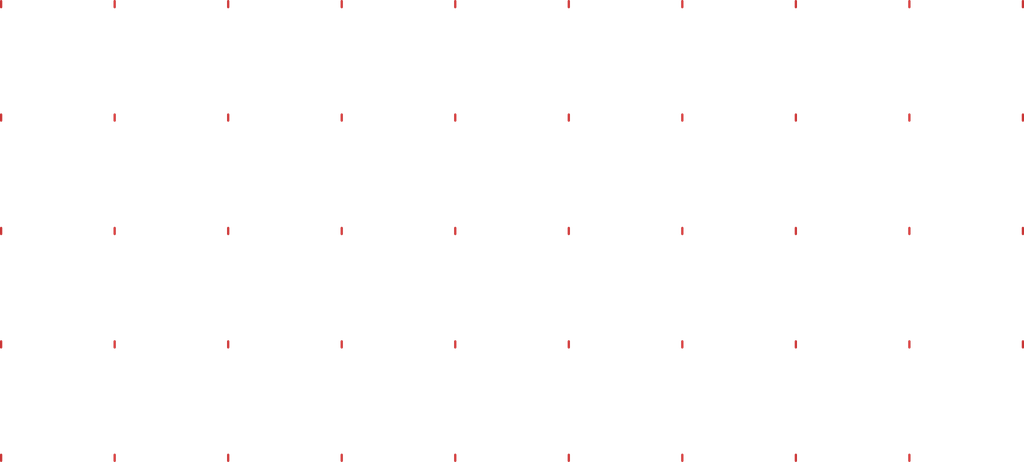
<source format=kicad_pcb>
  (kicad_pcb (version 4) (host pcbnew "(2014-07-21 BZR 5016)-product")

  (general
    (links 0)
    (no_connects 0)
    (area 0 0 0 0)
    (thickness 1.6)
    (drawings 1)
    (tracks 0)
    (zones 0)
    (modules 42)
    (nets 2)
  )

  (page A4)
  (layers
    (0 F.Cu signal)
	(1 In1.Cu signal)
    (2 In2.Cu power)
    (3 In3.Cu power)
    (4 In4.Cu signal)
    (5 In5.Cu signal)
    (6 In6.Cu signal)
    (7 In7.Cu signal)
    (8 In8.Cu signal)
    (31 B.Cu signal)
    (32 B.Adhes user)
    (33 F.Adhes user)
    (34 B.Paste user)
    (35 F.Paste user)
    (36 B.SilkS user)
    (37 F.SilkS user)
    (38 B.Mask user)
    (39 F.Mask user)
    (40 Dwgs.User user)
    (41 Cmts.User user)
    (42 Eco1.User user)
    (43 Eco2.User user)
    (44 Edge.Cuts user)
    (45 Margin user)
    (46 B.CrtYd user)
    (47 F.CrtYd user)
    (48 B.Fab user)
    (49 F.Fab user)

  )

  (setup
    (last_trace_width 0.254)
    (trace_clearance 0.127)
    (zone_clearance 0.0144)
    (zone_45_only no)
    (trace_min 0.254)
    (segment_width 0.2)
    (edge_width 0.1)
    (via_size 0.889)
    (via_drill 0.635)
    (via_min_size 0.889)
    (via_min_drill 0.508)
    (uvia_size 0.508)
    (uvia_drill 0.127)
    (uvias_allowed no)
    (uvia_min_size 0.508)
    (uvia_min_drill 0.127)
    (pcb_text_width 0.3)
    (pcb_text_size 1.5 1.5)
    (mod_edge_width 0.15)
    (mod_text_size 1 1)
    (mod_text_width 0.15)
    (pad_size 1.5 1.5)
    (pad_drill 0.6)
    (pad_to_mask_clearance 0)
    (aux_axis_origin 0 0)
    (visible_elements 7FFFF77F)
    (pcbplotparams
      (layerselection 262143)
      (usegerberextensions false)
      (excludeedgelayer true)
      (linewidth 0.100000)
      (plotframeref false)
      (viasonmask false)
      (mode 1)
      (useauxorigin false)
      (hpglpennumber 1)
      (hpglpenspeed 20)
      (hpglpendiameter 15)
      (hpglpenoverlay 2)
      (psnegative false)
      (psa4output false)
      (plotreference true)
      (plotvalue true)
      (plotinvisibletext false)
      (padsonsilk false)
      (subtractmaskfromsilk false)
      (outputformat 1)
      (mirror false)
      (drillshape 0)
      (scaleselection 1)
      (outputdirectory "GerberOutput/"))
  )

  (net 0 "")
  (net 1 "Net1")
  
  (net_class Default "This is the default net class."
    (clearance 0.254)
    (trace_width 0.254)
    (via_dia 0.889)
    (via_drill 0.635)
    (uvia_dia 0.508)
    (uvia_drill 0.127)
	(add_net Net1)
  )
  (module A0 (layer F.Cu) (tedit 4289BEAB) (tstamp 539EEDBF)
    (at 30 30)
    (path /539EEC0F)
    (attr smd)
	(model "./wrlshp/0EDE7FEE-20F0.wrl"
      (at (xyz 0 0 0))
      (scale (xyz 1 1 1))
      (rotate (xyz 0 0 0))
    )
    (pad "1" smd oval (at 0.0 0.0) (size 0.60000 2.20000) 
      (layers F.Cu F.Mask F.Paste)
    )
  )
  (module A1 (layer F.Cu) (tedit 4289BEAB) (tstamp 539EEDBF)
    (at 60 30)
    (path /539EEC0F)
    (attr smd)
	(model "./wrlshp/11BB8E24-C12F.wrl"
      (at (xyz 0 0 0))
      (scale (xyz 1 1 1))
      (rotate (xyz 0 0 0))
    )
    (pad "1" smd oval (at 0.0 0.0) (size 0.60000 2.20000) 
      (layers F.Cu F.Mask F.Paste)
    )
  )
  (module A2 (layer F.Cu) (tedit 4289BEAB) (tstamp 539EEDBF)
    (at 90 30)
    (path /539EEC0F)
    (attr smd)
	(model "./wrlshp/13A71C32-6EF9.wrl"
      (at (xyz 0 0 0))
      (scale (xyz 1 1 1))
      (rotate (xyz 0 0 0))
    )
    (pad "1" smd oval (at 0.0 0.0) (size 0.60000 2.20000) 
      (layers F.Cu F.Mask F.Paste)
    )
  )
  (module A3 (layer F.Cu) (tedit 4289BEAB) (tstamp 539EEDBF)
    (at 120 30)
    (path /539EEC0F)
    (attr smd)
	(model "./wrlshp/15F656C2-B90A.wrl"
      (at (xyz 0 0 0))
      (scale (xyz 1 1 1))
      (rotate (xyz 0 0 0))
    )
    (pad "1" smd oval (at 0.0 0.0) (size 0.60000 2.20000) 
      (layers F.Cu F.Mask F.Paste)
    )
  )
  (module A4 (layer F.Cu) (tedit 4289BEAB) (tstamp 539EEDBF)
    (at 150 30)
    (path /539EEC0F)
    (attr smd)
	(model "./wrlshp/236B71B8-D51B.wrl"
      (at (xyz 0 0 0))
      (scale (xyz 1 1 1))
      (rotate (xyz 0 0 0))
    )
    (pad "1" smd oval (at 0.0 0.0) (size 0.60000 2.20000) 
      (layers F.Cu F.Mask F.Paste)
    )
  )
  (module A5 (layer F.Cu) (tedit 4289BEAB) (tstamp 539EEDBF)
    (at 180 30)
    (path /539EEC0F)
    (attr smd)
	(model "./wrlshp/25D98F82-8538.wrl"
      (at (xyz 0 0 0))
      (scale (xyz 1 1 1))
      (rotate (xyz 0 0 0))
    )
    (pad "1" smd oval (at 0.0 0.0) (size 0.60000 2.20000) 
      (layers F.Cu F.Mask F.Paste)
    )
  )
  (module A6 (layer F.Cu) (tedit 4289BEAB) (tstamp 539EEDBF)
    (at 210 30)
    (path /539EEC0F)
    (attr smd)
	(model "./wrlshp/2A905DD1-5A67.wrl"
      (at (xyz 0 0 0))
      (scale (xyz 1 1 1))
      (rotate (xyz 0 0 0))
    )
    (pad "1" smd oval (at 0.0 0.0) (size 0.60000 2.20000) 
      (layers F.Cu F.Mask F.Paste)
    )
  )
  (module A7 (layer F.Cu) (tedit 4289BEAB) (tstamp 539EEDBF)
    (at 240 30)
    (path /539EEC0F)
    (attr smd)
	(model "./wrlshp/36CC98ED-412B.wrl"
      (at (xyz 0 0 0))
      (scale (xyz 1 1 1))
      (rotate (xyz 0 0 0))
    )
    (pad "1" smd oval (at 0.0 0.0) (size 0.60000 2.20000) 
      (layers F.Cu F.Mask F.Paste)
    )
  )
  (module A8 (layer F.Cu) (tedit 4289BEAB) (tstamp 539EEDBF)
    (at 270 30)
    (path /539EEC0F)
    (attr smd)
	(model "./wrlshp/3B6EDFCF-F115.wrl"
      (at (xyz 0 0 0))
      (scale (xyz 1 1 1))
      (rotate (xyz 0 0 0))
    )
    (pad "1" smd oval (at 0.0 0.0) (size 0.60000 2.20000) 
      (layers F.Cu F.Mask F.Paste)
    )
  )
  (module A9 (layer F.Cu) (tedit 4289BEAB) (tstamp 539EEDBF)
    (at 300 30)
    (path /539EEC0F)
    (attr smd)
	(model "./wrlshp/44932A5A-A36E.wrl"
      (at (xyz 0 0 0))
      (scale (xyz 1 1 1))
      (rotate (xyz 0 0 0))
    )
    (pad "1" smd oval (at 0.0 0.0) (size 0.60000 2.20000) 
      (layers F.Cu F.Mask F.Paste)
    )
  )
  (module A10 (layer F.Cu) (tedit 4289BEAB) (tstamp 539EEDBF)
    (at 30 60)
    (path /539EEC0F)
    (attr smd)
	(model "./wrlshp/4AF96350-A386.wrl"
      (at (xyz 0 0 0))
      (scale (xyz 1 1 1))
      (rotate (xyz 0 0 0))
    )
    (pad "1" smd oval (at 0.0 0.0) (size 0.60000 2.20000) 
      (layers F.Cu F.Mask F.Paste)
    )
  )
  (module A11 (layer F.Cu) (tedit 4289BEAB) (tstamp 539EEDBF)
    (at 60 60)
    (path /539EEC0F)
    (attr smd)
	(model "./wrlshp/50F20C10-99CB.wrl"
      (at (xyz 0 0 0))
      (scale (xyz 1 1 1))
      (rotate (xyz 0 0 0))
    )
    (pad "1" smd oval (at 0.0 0.0) (size 0.60000 2.20000) 
      (layers F.Cu F.Mask F.Paste)
    )
  )
  (module A12 (layer F.Cu) (tedit 4289BEAB) (tstamp 539EEDBF)
    (at 90 60)
    (path /539EEC0F)
    (attr smd)
	(model "./wrlshp/53756FB7-2EAF.wrl"
      (at (xyz 0 0 0))
      (scale (xyz 1 1 1))
      (rotate (xyz 0 0 0))
    )
    (pad "1" smd oval (at 0.0 0.0) (size 0.60000 2.20000) 
      (layers F.Cu F.Mask F.Paste)
    )
  )
  (module A13 (layer F.Cu) (tedit 4289BEAB) (tstamp 539EEDBF)
    (at 120 60)
    (path /539EEC0F)
    (attr smd)
	(model "./wrlshp/56269D98-D7BE.wrl"
      (at (xyz 0 0 0))
      (scale (xyz 1 1 1))
      (rotate (xyz 0 0 0))
    )
    (pad "1" smd oval (at 0.0 0.0) (size 0.60000 2.20000) 
      (layers F.Cu F.Mask F.Paste)
    )
  )
  (module A14 (layer F.Cu) (tedit 4289BEAB) (tstamp 539EEDBF)
    (at 150 60)
    (path /539EEC0F)
    (attr smd)
	(model "./wrlshp/58483492-BDC3.wrl"
      (at (xyz 0 0 0))
      (scale (xyz 1 1 1))
      (rotate (xyz 0 0 0))
    )
    (pad "1" smd oval (at 0.0 0.0) (size 0.60000 2.20000) 
      (layers F.Cu F.Mask F.Paste)
    )
  )
  (module A15 (layer F.Cu) (tedit 4289BEAB) (tstamp 539EEDBF)
    (at 180 60)
    (path /539EEC0F)
    (attr smd)
	(model "./wrlshp/61386202-4746.wrl"
      (at (xyz 0 0 0))
      (scale (xyz 1 1 1))
      (rotate (xyz 0 0 0))
    )
    (pad "1" smd oval (at 0.0 0.0) (size 0.60000 2.20000) 
      (layers F.Cu F.Mask F.Paste)
    )
  )
  (module A16 (layer F.Cu) (tedit 4289BEAB) (tstamp 539EEDBF)
    (at 210 60)
    (path /539EEC0F)
    (attr smd)
	(model "./wrlshp/620637C8-B611.wrl"
      (at (xyz 0 0 0))
      (scale (xyz 1 1 1))
      (rotate (xyz 0 0 0))
    )
    (pad "1" smd oval (at 0.0 0.0) (size 0.60000 2.20000) 
      (layers F.Cu F.Mask F.Paste)
    )
  )
  (module A17 (layer F.Cu) (tedit 4289BEAB) (tstamp 539EEDBF)
    (at 240 60)
    (path /539EEC0F)
    (attr smd)
	(model "./wrlshp/62D76D58-DCD4.wrl"
      (at (xyz 0 0 0))
      (scale (xyz 1 1 1))
      (rotate (xyz 0 0 0))
    )
    (pad "1" smd oval (at 0.0 0.0) (size 0.60000 2.20000) 
      (layers F.Cu F.Mask F.Paste)
    )
  )
  (module A18 (layer F.Cu) (tedit 4289BEAB) (tstamp 539EEDBF)
    (at 270 60)
    (path /539EEC0F)
    (attr smd)
	(model "./wrlshp/693E092B-278F.wrl"
      (at (xyz 0 0 0))
      (scale (xyz 1 1 1))
      (rotate (xyz 0 0 0))
    )
    (pad "1" smd oval (at 0.0 0.0) (size 0.60000 2.20000) 
      (layers F.Cu F.Mask F.Paste)
    )
  )
  (module A19 (layer F.Cu) (tedit 4289BEAB) (tstamp 539EEDBF)
    (at 300 60)
    (path /539EEC0F)
    (attr smd)
	(model "./wrlshp/6EBDD0DB-D039.wrl"
      (at (xyz 0 0 0))
      (scale (xyz 1 1 1))
      (rotate (xyz 0 0 0))
    )
    (pad "1" smd oval (at 0.0 0.0) (size 0.60000 2.20000) 
      (layers F.Cu F.Mask F.Paste)
    )
  )
  (module A20 (layer F.Cu) (tedit 4289BEAB) (tstamp 539EEDBF)
    (at 30 90)
    (path /539EEC0F)
    (attr smd)
	(model "./wrlshp/704D4524-8928.wrl"
      (at (xyz 0 0 0))
      (scale (xyz 1 1 1))
      (rotate (xyz 0 0 0))
    )
    (pad "1" smd oval (at 0.0 0.0) (size 0.60000 2.20000) 
      (layers F.Cu F.Mask F.Paste)
    )
  )
  (module A21 (layer F.Cu) (tedit 4289BEAB) (tstamp 539EEDBF)
    (at 60 90)
    (path /539EEC0F)
    (attr smd)
	(model "./wrlshp/7BFBF2F1-5616.wrl"
      (at (xyz 0 0 0))
      (scale (xyz 1 1 1))
      (rotate (xyz 0 0 0))
    )
    (pad "1" smd oval (at 0.0 0.0) (size 0.60000 2.20000) 
      (layers F.Cu F.Mask F.Paste)
    )
  )
  (module A22 (layer F.Cu) (tedit 4289BEAB) (tstamp 539EEDBF)
    (at 90 90)
    (path /539EEC0F)
    (attr smd)
	(model "./wrlshp/7E903F3B-223F.wrl"
      (at (xyz 0 0 0))
      (scale (xyz 1 1 1))
      (rotate (xyz 0 0 0))
    )
    (pad "1" smd oval (at 0.0 0.0) (size 0.60000 2.20000) 
      (layers F.Cu F.Mask F.Paste)
    )
  )
  (module A23 (layer F.Cu) (tedit 4289BEAB) (tstamp 539EEDBF)
    (at 120 90)
    (path /539EEC0F)
    (attr smd)
	(model "./wrlshp/7F273E25-BBC3.wrl"
      (at (xyz 0 0 0))
      (scale (xyz 1 1 1))
      (rotate (xyz 0 0 0))
    )
    (pad "1" smd oval (at 0.0 0.0) (size 0.60000 2.20000) 
      (layers F.Cu F.Mask F.Paste)
    )
  )
  (module A24 (layer F.Cu) (tedit 4289BEAB) (tstamp 539EEDBF)
    (at 150 90)
    (path /539EEC0F)
    (attr smd)
	(model "./wrlshp/83C1AF6D-05FB.wrl"
      (at (xyz 0 0 0))
      (scale (xyz 1 1 1))
      (rotate (xyz 0 0 0))
    )
    (pad "1" smd oval (at 0.0 0.0) (size 0.60000 2.20000) 
      (layers F.Cu F.Mask F.Paste)
    )
  )
  (module A25 (layer F.Cu) (tedit 4289BEAB) (tstamp 539EEDBF)
    (at 180 90)
    (path /539EEC0F)
    (attr smd)
	(model "./wrlshp/924A3DB5-ECD2.wrl"
      (at (xyz 0 0 0))
      (scale (xyz 1 1 1))
      (rotate (xyz 0 0 0))
    )
    (pad "1" smd oval (at 0.0 0.0) (size 0.60000 2.20000) 
      (layers F.Cu F.Mask F.Paste)
    )
  )
  (module A26 (layer F.Cu) (tedit 4289BEAB) (tstamp 539EEDBF)
    (at 210 90)
    (path /539EEC0F)
    (attr smd)
	(model "./wrlshp/92610D75-C179.wrl"
      (at (xyz 0 0 0))
      (scale (xyz 1 1 1))
      (rotate (xyz 0 0 0))
    )
    (pad "1" smd oval (at 0.0 0.0) (size 0.60000 2.20000) 
      (layers F.Cu F.Mask F.Paste)
    )
  )
  (module A27 (layer F.Cu) (tedit 4289BEAB) (tstamp 539EEDBF)
    (at 240 90)
    (path /539EEC0F)
    (attr smd)
	(model "./wrlshp/95DBA07C-8D82.wrl"
      (at (xyz 0 0 0))
      (scale (xyz 1 1 1))
      (rotate (xyz 0 0 0))
    )
    (pad "1" smd oval (at 0.0 0.0) (size 0.60000 2.20000) 
      (layers F.Cu F.Mask F.Paste)
    )
  )
  (module A28 (layer F.Cu) (tedit 4289BEAB) (tstamp 539EEDBF)
    (at 270 90)
    (path /539EEC0F)
    (attr smd)
	(model "./wrlshp/9C50EC87-1F5C.wrl"
      (at (xyz 0 0 0))
      (scale (xyz 1 1 1))
      (rotate (xyz 0 0 0))
    )
    (pad "1" smd oval (at 0.0 0.0) (size 0.60000 2.20000) 
      (layers F.Cu F.Mask F.Paste)
    )
  )
  (module A29 (layer F.Cu) (tedit 4289BEAB) (tstamp 539EEDBF)
    (at 300 90)
    (path /539EEC0F)
    (attr smd)
	(model "./wrlshp/9E3BB002-2AE7.wrl"
      (at (xyz 0 0 0))
      (scale (xyz 1 1 1))
      (rotate (xyz 0 0 0))
    )
    (pad "1" smd oval (at 0.0 0.0) (size 0.60000 2.20000) 
      (layers F.Cu F.Mask F.Paste)
    )
  )
  (module A30 (layer F.Cu) (tedit 4289BEAB) (tstamp 539EEDBF)
    (at 30 120)
    (path /539EEC0F)
    (attr smd)
	(model "./wrlshp/A47DA629-A489.wrl"
      (at (xyz 0 0 0))
      (scale (xyz 1 1 1))
      (rotate (xyz 0 0 0))
    )
    (pad "1" smd oval (at 0.0 0.0) (size 0.60000 2.20000) 
      (layers F.Cu F.Mask F.Paste)
    )
  )
  (module A31 (layer F.Cu) (tedit 4289BEAB) (tstamp 539EEDBF)
    (at 60 120)
    (path /539EEC0F)
    (attr smd)
	(model "./wrlshp/A75678A8-D09B.wrl"
      (at (xyz 0 0 0))
      (scale (xyz 1 1 1))
      (rotate (xyz 0 0 0))
    )
    (pad "1" smd oval (at 0.0 0.0) (size 0.60000 2.20000) 
      (layers F.Cu F.Mask F.Paste)
    )
  )
  (module A32 (layer F.Cu) (tedit 4289BEAB) (tstamp 539EEDBF)
    (at 90 120)
    (path /539EEC0F)
    (attr smd)
	(model "./wrlshp/AA0F1E1D-C795.wrl"
      (at (xyz 0 0 0))
      (scale (xyz 1 1 1))
      (rotate (xyz 0 0 0))
    )
    (pad "1" smd oval (at 0.0 0.0) (size 0.60000 2.20000) 
      (layers F.Cu F.Mask F.Paste)
    )
  )
  (module A33 (layer F.Cu) (tedit 4289BEAB) (tstamp 539EEDBF)
    (at 120 120)
    (path /539EEC0F)
    (attr smd)
	(model "./wrlshp/AAD3935B-A16D.wrl"
      (at (xyz 0 0 0))
      (scale (xyz 1 1 1))
      (rotate (xyz 0 0 0))
    )
    (pad "1" smd oval (at 0.0 0.0) (size 0.60000 2.20000) 
      (layers F.Cu F.Mask F.Paste)
    )
  )
  (module A34 (layer F.Cu) (tedit 4289BEAB) (tstamp 539EEDBF)
    (at 150 120)
    (path /539EEC0F)
    (attr smd)
	(model "./wrlshp/BAB0E5D3-371E.wrl"
      (at (xyz 0 0 0))
      (scale (xyz 1 1 1))
      (rotate (xyz 0 0 0))
    )
    (pad "1" smd oval (at 0.0 0.0) (size 0.60000 2.20000) 
      (layers F.Cu F.Mask F.Paste)
    )
  )
  (module A35 (layer F.Cu) (tedit 4289BEAB) (tstamp 539EEDBF)
    (at 180 120)
    (path /539EEC0F)
    (attr smd)
	(model "./wrlshp/BB318D87-109D.wrl"
      (at (xyz 0 0 0))
      (scale (xyz 1 1 1))
      (rotate (xyz 0 0 0))
    )
    (pad "1" smd oval (at 0.0 0.0) (size 0.60000 2.20000) 
      (layers F.Cu F.Mask F.Paste)
    )
  )
  (module A36 (layer F.Cu) (tedit 4289BEAB) (tstamp 539EEDBF)
    (at 210 120)
    (path /539EEC0F)
    (attr smd)
	(model "./wrlshp/C0DC7A6B-975A.wrl"
      (at (xyz 0 0 0))
      (scale (xyz 1 1 1))
      (rotate (xyz 0 0 0))
    )
    (pad "1" smd oval (at 0.0 0.0) (size 0.60000 2.20000) 
      (layers F.Cu F.Mask F.Paste)
    )
  )
  (module A37 (layer F.Cu) (tedit 4289BEAB) (tstamp 539EEDBF)
    (at 240 120)
    (path /539EEC0F)
    (attr smd)
	(model "./wrlshp/C13D941C-E61C.wrl"
      (at (xyz 0 0 0))
      (scale (xyz 1 1 1))
      (rotate (xyz 0 0 0))
    )
    (pad "1" smd oval (at 0.0 0.0) (size 0.60000 2.20000) 
      (layers F.Cu F.Mask F.Paste)
    )
  )
  (module A38 (layer F.Cu) (tedit 4289BEAB) (tstamp 539EEDBF)
    (at 270 120)
    (path /539EEC0F)
    (attr smd)
	(model "./wrlshp/C9826E69-C3B8.wrl"
      (at (xyz 0 0 0))
      (scale (xyz 1 1 1))
      (rotate (xyz 0 0 0))
    )
    (pad "1" smd oval (at 0.0 0.0) (size 0.60000 2.20000) 
      (layers F.Cu F.Mask F.Paste)
    )
  )
  (module A39 (layer F.Cu) (tedit 4289BEAB) (tstamp 539EEDBF)
    (at 300 120)
    (path /539EEC0F)
    (attr smd)
	(model "./wrlshp/CEE8666F-C00E.wrl"
      (at (xyz 0 0 0))
      (scale (xyz 1 1 1))
      (rotate (xyz 0 0 0))
    )
    (pad "1" smd oval (at 0.0 0.0) (size 0.60000 2.20000) 
      (layers F.Cu F.Mask F.Paste)
    )
  )
  (module A40 (layer F.Cu) (tedit 4289BEAB) (tstamp 539EEDBF)
    (at 30 150)
    (path /539EEC0F)
    (attr smd)
	(model "./wrlshp/D519A330-365D.wrl"
      (at (xyz 0 0 0))
      (scale (xyz 1 1 1))
      (rotate (xyz 0 0 0))
    )
    (pad "1" smd oval (at 0.0 0.0) (size 0.60000 2.20000) 
      (layers F.Cu F.Mask F.Paste)
    )
  )
  (module A41 (layer F.Cu) (tedit 4289BEAB) (tstamp 539EEDBF)
    (at 60 150)
    (path /539EEC0F)
    (attr smd)
	(model "./wrlshp/D966CE8C-1192.wrl"
      (at (xyz 0 0 0))
      (scale (xyz 1 1 1))
      (rotate (xyz 0 0 0))
    )
    (pad "1" smd oval (at 0.0 0.0) (size 0.60000 2.20000) 
      (layers F.Cu F.Mask F.Paste)
    )
  )
  (module A42 (layer F.Cu) (tedit 4289BEAB) (tstamp 539EEDBF)
    (at 90 150)
    (path /539EEC0F)
    (attr smd)
	(model "./wrlshp/E0035A3B-E7A8.wrl"
      (at (xyz 0 0 0))
      (scale (xyz 1 1 1))
      (rotate (xyz 0 0 0))
    )
    (pad "1" smd oval (at 0.0 0.0) (size 0.60000 2.20000) 
      (layers F.Cu F.Mask F.Paste)
    )
  )
  (module A43 (layer F.Cu) (tedit 4289BEAB) (tstamp 539EEDBF)
    (at 120 150)
    (path /539EEC0F)
    (attr smd)
	(model "./wrlshp/E1CEBCA8-AB94.wrl"
      (at (xyz 0 0 0))
      (scale (xyz 1 1 1))
      (rotate (xyz 0 0 0))
    )
    (pad "1" smd oval (at 0.0 0.0) (size 0.60000 2.20000) 
      (layers F.Cu F.Mask F.Paste)
    )
  )
  (module A44 (layer F.Cu) (tedit 4289BEAB) (tstamp 539EEDBF)
    (at 150 150)
    (path /539EEC0F)
    (attr smd)
	(model "./wrlshp/E9AF5F05-4EAC.wrl"
      (at (xyz 0 0 0))
      (scale (xyz 1 1 1))
      (rotate (xyz 0 0 0))
    )
    (pad "1" smd oval (at 0.0 0.0) (size 0.60000 2.20000) 
      (layers F.Cu F.Mask F.Paste)
    )
  )
  (module A45 (layer F.Cu) (tedit 4289BEAB) (tstamp 539EEDBF)
    (at 180 150)
    (path /539EEC0F)
    (attr smd)
	(model "./wrlshp/ECE0F66A-124F.wrl"
      (at (xyz 0 0 0))
      (scale (xyz 1 1 1))
      (rotate (xyz 0 0 0))
    )
    (pad "1" smd oval (at 0.0 0.0) (size 0.60000 2.20000) 
      (layers F.Cu F.Mask F.Paste)
    )
  )
  (module A46 (layer F.Cu) (tedit 4289BEAB) (tstamp 539EEDBF)
    (at 210 150)
    (path /539EEC0F)
    (attr smd)
	(model "./wrlshp/ED520B92-C4C2.wrl"
      (at (xyz 0 0 0))
      (scale (xyz 1 1 1))
      (rotate (xyz 0 0 0))
    )
    (pad "1" smd oval (at 0.0 0.0) (size 0.60000 2.20000) 
      (layers F.Cu F.Mask F.Paste)
    )
  )
  (module A47 (layer F.Cu) (tedit 4289BEAB) (tstamp 539EEDBF)
    (at 240 150)
    (path /539EEC0F)
    (attr smd)
	(model "./wrlshp/F5FF63DB-4A2F.wrl"
      (at (xyz 0 0 0))
      (scale (xyz 1 1 1))
      (rotate (xyz 0 0 0))
    )
    (pad "1" smd oval (at 0.0 0.0) (size 0.60000 2.20000) 
      (layers F.Cu F.Mask F.Paste)
    )
  )
  (module A48 (layer F.Cu) (tedit 4289BEAB) (tstamp 539EEDBF)
    (at 270 150)
    (path /539EEC0F)
    (attr smd)
	(model "./wrlshp/FED6FEE1-DC13.wrl"
      (at (xyz 0 0 0))
      (scale (xyz 1 1 1))
      (rotate (xyz 0 0 0))
    )
    (pad "1" smd oval (at 0.0 0.0) (size 0.60000 2.20000) 
      (layers F.Cu F.Mask F.Paste)
    )
  )
)

</source>
